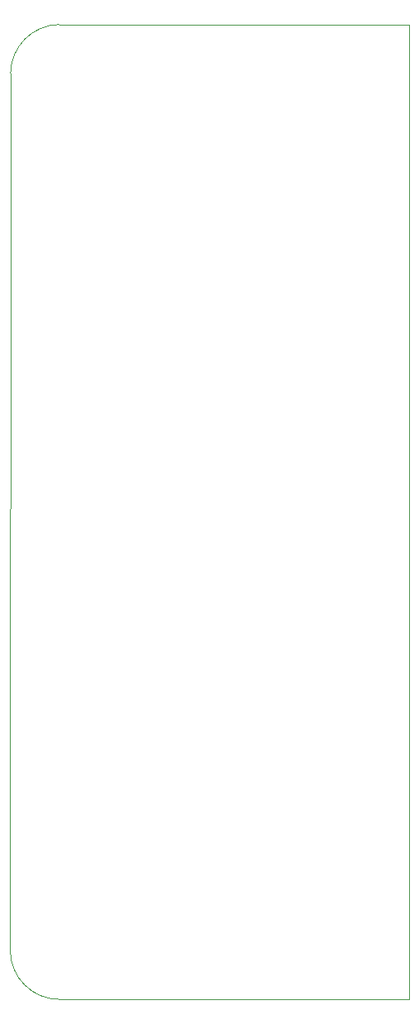
<source format=gm1>
G04 #@! TF.GenerationSoftware,KiCad,Pcbnew,8.0.7*
G04 #@! TF.CreationDate,2025-01-16T17:26:47-05:00*
G04 #@! TF.ProjectId,simple_ide,73696d70-6c65-45f6-9964-652e6b696361,rev?*
G04 #@! TF.SameCoordinates,Original*
G04 #@! TF.FileFunction,Profile,NP*
%FSLAX46Y46*%
G04 Gerber Fmt 4.6, Leading zero omitted, Abs format (unit mm)*
G04 Created by KiCad (PCBNEW 8.0.7) date 2025-01-16 17:26:47*
%MOMM*%
%LPD*%
G01*
G04 APERTURE LIST*
G04 #@! TA.AperFunction,Profile*
%ADD10C,0.050000*%
G04 #@! TD*
G04 APERTURE END LIST*
D10*
X142977614Y-40002213D02*
G75*
G02*
X147976889Y-34969376I5085286J-51987D01*
G01*
X184000000Y-135000000D02*
X148000000Y-135000000D01*
X184000000Y-35000000D02*
X184000000Y-135000000D01*
X148000000Y-135000000D02*
G75*
G02*
X142953320Y-130000210I0J5046900D01*
G01*
X142974463Y-39999895D02*
X142951971Y-130000105D01*
X183992343Y-35000000D02*
X147976888Y-34969331D01*
M02*

</source>
